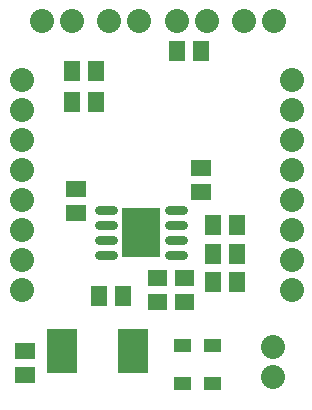
<source format=gts>
G04 Layer: TopSolderMaskLayer*
G04 EasyEDA v6.1.52, Mon, 29 Jul 2019 07:14:48 GMT*
G04 763c4d154c644d5a9bd2c91acdf97d9b,a2ddd735335a41bd89ccdca2c933086a,10*
G04 Gerber Generator version 0.2*
G04 Scale: 100 percent, Rotated: No, Reflected: No *
G04 Dimensions in millimeters *
G04 leading zeros omitted , absolute positions ,3 integer and 3 decimal *
%FSLAX33Y33*%
%MOMM*%
G90*
G71D02*

%ADD31C,0.803199*%
%ADD32C,2.032203*%
%ADD35R,1.363218X1.673098*%
%ADD36R,1.363218X1.653210*%
%ADD40C,2.032000*%

%LPD*%
G54D31*
G01X13801Y11811D02*
G01X15001Y11811D01*
G01X13801Y13081D02*
G01X15001Y13081D01*
G01X13801Y14351D02*
G01X15001Y14351D01*
G01X13801Y15621D02*
G01X15001Y15621D01*
G01X7858Y11811D02*
G01X9058Y11811D01*
G01X7858Y13081D02*
G01X9058Y13081D01*
G01X7858Y14351D02*
G01X9058Y14351D01*
G01X7858Y15621D02*
G01X9058Y15621D01*
G54D32*
G01X17018Y31623D03*
G01X14478Y31623D03*
G01X22606Y1524D03*
G01X22606Y4064D03*
G01X5588Y31623D03*
G01X3048Y31623D03*
G01X22733Y31623D03*
G01X20193Y31623D03*
G01X11303Y31623D03*
G01X8763Y31623D03*
G36*
G01X9829Y11615D02*
G01X9829Y15816D01*
G01X13032Y15816D01*
G01X13032Y11615D01*
G01X9829Y11615D01*
G37*
G36*
G01X5133Y16718D02*
G01X5133Y18079D01*
G01X6804Y18079D01*
G01X6804Y16718D01*
G01X5133Y16718D01*
G37*
G36*
G01X5133Y14686D02*
G01X5133Y16047D01*
G01X6804Y16047D01*
G01X6804Y14686D01*
G01X5133Y14686D01*
G37*
G54D35*
G01X7874Y8381D03*
G01X9906Y8381D03*
G54D36*
G01X17526Y11938D03*
G01X19558Y11938D03*
G36*
G01X815Y970D02*
G01X815Y2331D01*
G01X2486Y2331D01*
G01X2486Y970D01*
G01X815Y970D01*
G37*
G36*
G01X815Y3002D02*
G01X815Y4363D01*
G01X2486Y4363D01*
G01X2486Y3002D01*
G01X815Y3002D01*
G37*
G36*
G01X14287Y7193D02*
G01X14287Y8554D01*
G01X15938Y8554D01*
G01X15938Y7193D01*
G01X14287Y7193D01*
G37*
G36*
G01X14287Y9225D02*
G01X14287Y10586D01*
G01X15938Y10586D01*
G01X15938Y9225D01*
G01X14287Y9225D01*
G37*
G01X17526Y14351D03*
G01X19558Y14351D03*
G36*
G01X18877Y8689D02*
G01X18877Y10360D01*
G01X20238Y10360D01*
G01X20238Y8689D01*
G01X18877Y8689D01*
G37*
G36*
G01X16845Y8689D02*
G01X16845Y10360D01*
G01X18206Y10360D01*
G01X18206Y8689D01*
G01X16845Y8689D01*
G37*
G36*
G01X15684Y16464D02*
G01X15684Y17825D01*
G01X17335Y17825D01*
G01X17335Y16464D01*
G01X15684Y16464D01*
G37*
G36*
G01X15684Y18496D02*
G01X15684Y19857D01*
G01X17335Y19857D01*
G01X17335Y18496D01*
G01X15684Y18496D01*
G37*
G01X5588Y27432D03*
G01X7620Y27432D03*
G36*
G01X6939Y23939D02*
G01X6939Y25590D01*
G01X8300Y25590D01*
G01X8300Y23939D01*
G01X6939Y23939D01*
G37*
G36*
G01X4907Y23939D02*
G01X4907Y25590D01*
G01X6268Y25590D01*
G01X6268Y23939D01*
G01X4907Y23939D01*
G37*
G01X14478Y29083D03*
G01X16510Y29083D03*
G36*
G01X9471Y1831D02*
G01X9471Y5534D01*
G01X12024Y5534D01*
G01X12024Y1831D01*
G01X9471Y1831D01*
G37*
G36*
G01X3469Y1831D02*
G01X3469Y5534D01*
G01X6024Y5534D01*
G01X6024Y1831D01*
G01X3469Y1831D01*
G37*
G36*
G01X12001Y9202D02*
G01X12001Y10563D01*
G01X13652Y10563D01*
G01X13652Y9202D01*
G01X12001Y9202D01*
G37*
G36*
G01X12001Y7170D02*
G01X12001Y8531D01*
G01X13652Y8531D01*
G01X13652Y7170D01*
G01X12001Y7170D01*
G37*
G36*
G01X16814Y358D02*
G01X16814Y1470D01*
G01X18237Y1470D01*
G01X18237Y358D01*
G01X16814Y358D01*
G37*
G36*
G01X16814Y3609D02*
G01X16814Y4721D01*
G01X18237Y4721D01*
G01X18237Y3609D01*
G01X16814Y3609D01*
G37*
G36*
G01X14274Y358D02*
G01X14274Y1470D01*
G01X15697Y1470D01*
G01X15697Y358D01*
G01X14274Y358D01*
G37*
G36*
G01X14274Y3609D02*
G01X14274Y4721D01*
G01X15697Y4721D01*
G01X15697Y3609D01*
G01X14274Y3609D01*
G37*
G54D40*
G01X1397Y26670D03*
G01X24257Y8890D03*
G01X24257Y11430D03*
G01X24257Y13970D03*
G01X24257Y16510D03*
G01X24257Y19050D03*
G01X24257Y21590D03*
G01X24257Y24130D03*
G54D32*
G01X24257Y26670D03*
G54D40*
G01X1397Y8890D03*
G01X1397Y11430D03*
G01X1397Y13970D03*
G01X1397Y16510D03*
G01X1397Y19050D03*
G01X1397Y21590D03*
G01X1397Y24130D03*
M00*
M02*

</source>
